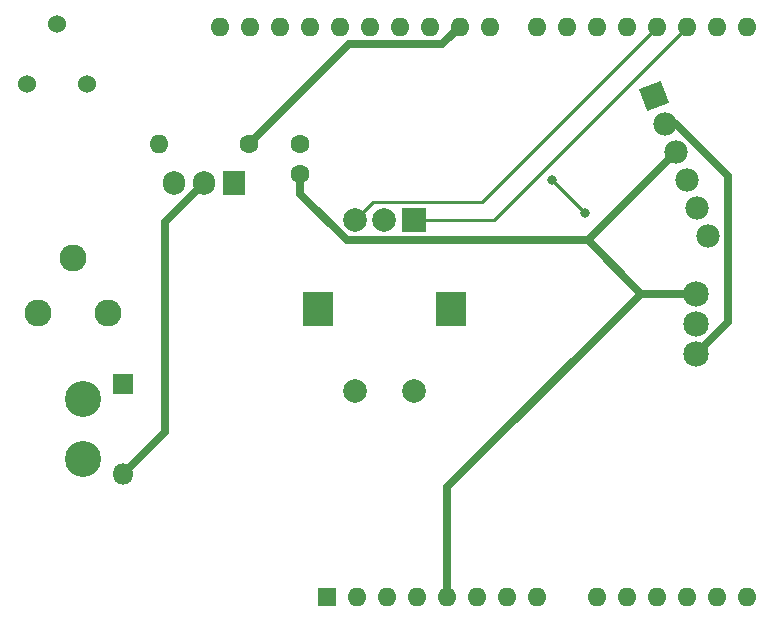
<source format=gbr>
%TF.GenerationSoftware,KiCad,Pcbnew,6.0.3-a3aad9c10e~116~ubuntu20.04.1*%
%TF.CreationDate,2022-03-20T15:10:45-04:00*%
%TF.ProjectId,Protogasm-Board-V2,50726f74-6f67-4617-936d-2d426f617264,rev?*%
%TF.SameCoordinates,PX68290a0PY76b1be0*%
%TF.FileFunction,Copper,L2,Bot*%
%TF.FilePolarity,Positive*%
%FSLAX46Y46*%
G04 Gerber Fmt 4.6, Leading zero omitted, Abs format (unit mm)*
G04 Created by KiCad (PCBNEW 6.0.3-a3aad9c10e~116~ubuntu20.04.1) date 2022-03-20 15:10:45*
%MOMM*%
%LPD*%
G01*
G04 APERTURE LIST*
G04 Aperture macros list*
%AMRotRect*
0 Rectangle, with rotation*
0 The origin of the aperture is its center*
0 $1 length*
0 $2 width*
0 $3 Rotation angle, in degrees counterclockwise*
0 Add horizontal line*
21,1,$1,$2,0,0,$3*%
G04 Aperture macros list end*
%TA.AperFunction,ComponentPad*%
%ADD10C,3.048000*%
%TD*%
%TA.AperFunction,ComponentPad*%
%ADD11C,1.600000*%
%TD*%
%TA.AperFunction,ComponentPad*%
%ADD12O,1.600000X1.600000*%
%TD*%
%TA.AperFunction,ComponentPad*%
%ADD13R,2.000000X2.000000*%
%TD*%
%TA.AperFunction,ComponentPad*%
%ADD14C,2.000000*%
%TD*%
%TA.AperFunction,ComponentPad*%
%ADD15R,2.500000X3.000000*%
%TD*%
%TA.AperFunction,ComponentPad*%
%ADD16R,1.905000X2.000000*%
%TD*%
%TA.AperFunction,ComponentPad*%
%ADD17O,1.905000X2.000000*%
%TD*%
%TA.AperFunction,ComponentPad*%
%ADD18C,2.159000*%
%TD*%
%TA.AperFunction,ComponentPad*%
%ADD19R,1.800000X1.800000*%
%TD*%
%TA.AperFunction,ComponentPad*%
%ADD20O,1.800000X1.800000*%
%TD*%
%TA.AperFunction,ComponentPad*%
%ADD21C,1.524000*%
%TD*%
%TA.AperFunction,ComponentPad*%
%ADD22C,2.286000*%
%TD*%
%TA.AperFunction,ComponentPad*%
%ADD23R,1.600000X1.600000*%
%TD*%
%TA.AperFunction,ComponentPad*%
%ADD24RotRect,1.981200X1.981200X201.000000*%
%TD*%
%TA.AperFunction,ComponentPad*%
%ADD25C,1.981200*%
%TD*%
%TA.AperFunction,ViaPad*%
%ADD26C,0.812800*%
%TD*%
%TA.AperFunction,Conductor*%
%ADD27C,0.635000*%
%TD*%
%TA.AperFunction,Conductor*%
%ADD28C,0.254000*%
%TD*%
G04 APERTURE END LIST*
D10*
%TO.P,M1,1,+*%
%TO.N,+12V*%
X7256500Y19304000D03*
%TO.P,M1,2,-*%
%TO.N,/MOTOR-*%
X7256500Y14224000D03*
%TD*%
D11*
%TO.P,R1,1*%
%TO.N,/D9*%
X21336000Y40894000D03*
D12*
%TO.P,R1,2*%
%TO.N,GND*%
X13716000Y40894000D03*
%TD*%
D13*
%TO.P,SW1,A,A*%
%TO.N,/D2*%
X35266000Y34428000D03*
D14*
%TO.P,SW1,B,B*%
%TO.N,/D3*%
X30266000Y34428000D03*
%TO.P,SW1,C,C*%
%TO.N,GND*%
X32766000Y34428000D03*
D15*
%TO.P,SW1,MP*%
%TO.N,N/C*%
X38366000Y26928000D03*
X27166000Y26928000D03*
D14*
%TO.P,SW1,S1,S1*%
%TO.N,GND*%
X35266000Y19928000D03*
%TO.P,SW1,S2,S2*%
%TO.N,/D5*%
X30266000Y19928000D03*
%TD*%
D11*
%TO.P,C1,1*%
%TO.N,+5V*%
X25654000Y38354000D03*
%TO.P,C1,2*%
%TO.N,GND*%
X25654000Y40854000D03*
%TD*%
D16*
%TO.P,Q1,1,G*%
%TO.N,/D9*%
X20066000Y37592000D03*
D17*
%TO.P,Q1,2,D*%
%TO.N,/MOTOR-*%
X17526000Y37592000D03*
%TO.P,Q1,3,S*%
%TO.N,GND*%
X14986000Y37592000D03*
%TD*%
D18*
%TO.P,J1,1,+5V*%
%TO.N,+5V*%
X59182000Y28194000D03*
%TO.P,J1,2,Data_Input*%
%TO.N,/D10*%
X59182000Y25654000D03*
%TO.P,J1,3,GND*%
%TO.N,GND*%
X59182000Y23114000D03*
%TD*%
D19*
%TO.P,D1,1,K*%
%TO.N,+12V*%
X10668000Y20574000D03*
D20*
%TO.P,D1,2,A*%
%TO.N,/MOTOR-*%
X10668000Y12954000D03*
%TD*%
D21*
%TO.P,R2,1,1*%
%TO.N,+5V*%
X2540000Y45974000D03*
%TO.P,R2,2,2*%
%TO.N,/AREF*%
X5080000Y51054000D03*
%TO.P,R2,3,3*%
%TO.N,GND*%
X7620000Y45974000D03*
%TD*%
D22*
%TO.P,J2,1*%
%TO.N,+12V*%
X9398000Y26543000D03*
%TO.P,J2,2*%
%TO.N,GND*%
X3397999Y26543000D03*
%TO.P,J2,3*%
%TO.N,N/C*%
X6398000Y31243000D03*
%TD*%
D23*
%TO.P,U1,1,NC*%
%TO.N,unconnected-(U1-Pad1)*%
X27940000Y2540000D03*
D12*
%TO.P,U1,2,IOREF*%
%TO.N,unconnected-(U1-Pad2)*%
X30480000Y2540000D03*
%TO.P,U1,3,~{RESET}*%
%TO.N,unconnected-(U1-Pad3)*%
X33020000Y2540000D03*
%TO.P,U1,4,3V3*%
%TO.N,unconnected-(U1-Pad4)*%
X35560000Y2540000D03*
%TO.P,U1,5,+5V*%
%TO.N,+5V*%
X38100000Y2540000D03*
%TO.P,U1,6,GND*%
%TO.N,unconnected-(U1-Pad6)*%
X40640000Y2540000D03*
%TO.P,U1,7,GND*%
%TO.N,unconnected-(U1-Pad7)*%
X43180000Y2540000D03*
%TO.P,U1,8,VIN*%
%TO.N,unconnected-(U1-Pad8)*%
X45720000Y2540000D03*
%TO.P,U1,9,A0*%
%TO.N,/A0*%
X50800000Y2540000D03*
%TO.P,U1,10,A1*%
%TO.N,unconnected-(U1-Pad10)*%
X53340000Y2540000D03*
%TO.P,U1,11,A2*%
%TO.N,unconnected-(U1-Pad11)*%
X55880000Y2540000D03*
%TO.P,U1,12,A3*%
%TO.N,unconnected-(U1-Pad12)*%
X58420000Y2540000D03*
%TO.P,U1,13,SDA/A4*%
%TO.N,unconnected-(U1-Pad13)*%
X60960000Y2540000D03*
%TO.P,U1,14,SCL/A5*%
%TO.N,unconnected-(U1-Pad14)*%
X63500000Y2540000D03*
%TO.P,U1,15,D0/RX*%
%TO.N,unconnected-(U1-Pad15)*%
X63500000Y50800000D03*
%TO.P,U1,16,D1/TX*%
%TO.N,unconnected-(U1-Pad16)*%
X60960000Y50800000D03*
%TO.P,U1,17,D2*%
%TO.N,/D2*%
X58420000Y50800000D03*
%TO.P,U1,18,D3*%
%TO.N,/D3*%
X55880000Y50800000D03*
%TO.P,U1,19,D4*%
%TO.N,unconnected-(U1-Pad19)*%
X53340000Y50800000D03*
%TO.P,U1,20,D5*%
%TO.N,/D5*%
X50800000Y50800000D03*
%TO.P,U1,21,D6*%
%TO.N,unconnected-(U1-Pad21)*%
X48260000Y50800000D03*
%TO.P,U1,22,D7*%
%TO.N,unconnected-(U1-Pad22)*%
X45720000Y50800000D03*
%TO.P,U1,23,D8*%
%TO.N,unconnected-(U1-Pad23)*%
X41660000Y50800000D03*
%TO.P,U1,24,D9*%
%TO.N,/D9*%
X39120000Y50800000D03*
%TO.P,U1,25,D10*%
%TO.N,/D10*%
X36580000Y50800000D03*
%TO.P,U1,26,D11*%
%TO.N,unconnected-(U1-Pad26)*%
X34040000Y50800000D03*
%TO.P,U1,27,D12*%
%TO.N,unconnected-(U1-Pad27)*%
X31500000Y50800000D03*
%TO.P,U1,28,D13*%
%TO.N,unconnected-(U1-Pad28)*%
X28960000Y50800000D03*
%TO.P,U1,29,GND*%
%TO.N,GND*%
X26420000Y50800000D03*
%TO.P,U1,30,AREF*%
%TO.N,/AREF*%
X23880000Y50800000D03*
%TO.P,U1,31,SDA/A4*%
%TO.N,unconnected-(U1-Pad31)*%
X21340000Y50800000D03*
%TO.P,U1,32,SCL/A5*%
%TO.N,unconnected-(U1-Pad32)*%
X18800000Y50800000D03*
%TD*%
D24*
%TO.P,U2,1,Vout*%
%TO.N,/A0*%
X55626000Y44958000D03*
D25*
%TO.P,U2,2,GND*%
%TO.N,GND*%
X56536255Y42586706D03*
%TO.P,U2,3,VCC*%
%TO.N,+5V*%
X57446509Y40215411D03*
%TO.P,U2,4,V1*%
%TO.N,unconnected-(U2-Pad4)*%
X58356764Y37844117D03*
%TO.P,U2,5,V2*%
%TO.N,unconnected-(U2-Pad5)*%
X59267018Y35472823D03*
%TO.P,U2,6,V_Ex*%
%TO.N,unconnected-(U2-Pad6)*%
X60177273Y33101529D03*
%TD*%
D26*
%TO.N,/D10*%
X46990000Y37846000D03*
X49784000Y35052000D03*
%TD*%
D27*
%TO.N,/MOTOR-*%
X17526000Y37592000D02*
X14224000Y34290000D01*
X14224000Y34290000D02*
X14224000Y16510000D01*
X14224000Y16510000D02*
X10668000Y12954000D01*
D28*
%TO.N,/D10*%
X49784000Y35052000D02*
X46990000Y37846000D01*
D27*
%TO.N,GND*%
X59182000Y23114000D02*
X61865884Y25797884D01*
X61865884Y25797884D02*
X61865884Y38184094D01*
X61865884Y38184094D02*
X57463272Y42586706D01*
X57463272Y42586706D02*
X56536255Y42586706D01*
%TO.N,+5V*%
X38100000Y2540000D02*
X38100000Y11796924D01*
X38100000Y11796924D02*
X54497076Y28194000D01*
X59182000Y28194000D02*
X54497076Y28194000D01*
X54497076Y28194000D02*
X49961087Y32729989D01*
X25654000Y38354000D02*
X25654000Y36638649D01*
X25654000Y36638649D02*
X29562660Y32729989D01*
X29562660Y32729989D02*
X49961087Y32729989D01*
X49961087Y32729989D02*
X57446509Y40215411D01*
D28*
%TO.N,/D2*%
X58420000Y50800000D02*
X42048000Y34428000D01*
X42048000Y34428000D02*
X35266000Y34428000D01*
%TO.N,/D3*%
X55880000Y50800000D02*
X41015511Y35935511D01*
X41015511Y35935511D02*
X31773511Y35935511D01*
X31773511Y35935511D02*
X30266000Y34428000D01*
D27*
%TO.N,/D9*%
X21336000Y40894000D02*
X29743989Y49301989D01*
X29743989Y49301989D02*
X37621989Y49301989D01*
X37621989Y49301989D02*
X39120000Y50800000D01*
%TD*%
M02*

</source>
